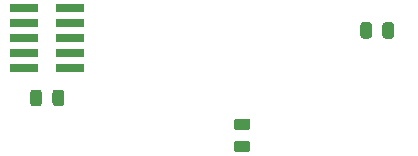
<source format=gbr>
G04 #@! TF.GenerationSoftware,KiCad,Pcbnew,5.1.7-a382d34a8~88~ubuntu20.04.1*
G04 #@! TF.CreationDate,2021-04-18T20:21:47-07:00*
G04 #@! TF.ProjectId,ft4232h-breakout,66743432-3332-4682-9d62-7265616b6f75,Apr2021*
G04 #@! TF.SameCoordinates,Original*
G04 #@! TF.FileFunction,Paste,Top*
G04 #@! TF.FilePolarity,Positive*
%FSLAX46Y46*%
G04 Gerber Fmt 4.6, Leading zero omitted, Abs format (unit mm)*
G04 Created by KiCad (PCBNEW 5.1.7-a382d34a8~88~ubuntu20.04.1) date 2021-04-18 20:21:47*
%MOMM*%
%LPD*%
G01*
G04 APERTURE LIST*
%ADD10R,2.400000X0.740000*%
G04 APERTURE END LIST*
G04 #@! TO.C,R1*
G36*
G01*
X94436250Y-94165000D02*
X93523750Y-94165000D01*
G75*
G02*
X93280000Y-93921250I0J243750D01*
G01*
X93280000Y-93433750D01*
G75*
G02*
X93523750Y-93190000I243750J0D01*
G01*
X94436250Y-93190000D01*
G75*
G02*
X94680000Y-93433750I0J-243750D01*
G01*
X94680000Y-93921250D01*
G75*
G02*
X94436250Y-94165000I-243750J0D01*
G01*
G37*
G36*
G01*
X94436250Y-96040000D02*
X93523750Y-96040000D01*
G75*
G02*
X93280000Y-95796250I0J243750D01*
G01*
X93280000Y-95308750D01*
G75*
G02*
X93523750Y-95065000I243750J0D01*
G01*
X94436250Y-95065000D01*
G75*
G02*
X94680000Y-95308750I0J-243750D01*
G01*
X94680000Y-95796250D01*
G75*
G02*
X94436250Y-96040000I-243750J0D01*
G01*
G37*
G04 #@! TD*
D10*
G04 #@! TO.C,J5*
X75520000Y-83820000D03*
X79420000Y-83820000D03*
X75520000Y-85090000D03*
X79420000Y-85090000D03*
X75520000Y-86360000D03*
X79420000Y-86360000D03*
X75520000Y-87630000D03*
X79420000Y-87630000D03*
X75520000Y-88900000D03*
X79420000Y-88900000D03*
G04 #@! TD*
G04 #@! TO.C,C5*
G36*
G01*
X77020000Y-90983750D02*
X77020000Y-91896250D01*
G75*
G02*
X76776250Y-92140000I-243750J0D01*
G01*
X76288750Y-92140000D01*
G75*
G02*
X76045000Y-91896250I0J243750D01*
G01*
X76045000Y-90983750D01*
G75*
G02*
X76288750Y-90740000I243750J0D01*
G01*
X76776250Y-90740000D01*
G75*
G02*
X77020000Y-90983750I0J-243750D01*
G01*
G37*
G36*
G01*
X78895000Y-90983750D02*
X78895000Y-91896250D01*
G75*
G02*
X78651250Y-92140000I-243750J0D01*
G01*
X78163750Y-92140000D01*
G75*
G02*
X77920000Y-91896250I0J243750D01*
G01*
X77920000Y-90983750D01*
G75*
G02*
X78163750Y-90740000I243750J0D01*
G01*
X78651250Y-90740000D01*
G75*
G02*
X78895000Y-90983750I0J-243750D01*
G01*
G37*
G04 #@! TD*
G04 #@! TO.C,C1*
G36*
G01*
X105860000Y-86181250D02*
X105860000Y-85268750D01*
G75*
G02*
X106103750Y-85025000I243750J0D01*
G01*
X106591250Y-85025000D01*
G75*
G02*
X106835000Y-85268750I0J-243750D01*
G01*
X106835000Y-86181250D01*
G75*
G02*
X106591250Y-86425000I-243750J0D01*
G01*
X106103750Y-86425000D01*
G75*
G02*
X105860000Y-86181250I0J243750D01*
G01*
G37*
G36*
G01*
X103985000Y-86181250D02*
X103985000Y-85268750D01*
G75*
G02*
X104228750Y-85025000I243750J0D01*
G01*
X104716250Y-85025000D01*
G75*
G02*
X104960000Y-85268750I0J-243750D01*
G01*
X104960000Y-86181250D01*
G75*
G02*
X104716250Y-86425000I-243750J0D01*
G01*
X104228750Y-86425000D01*
G75*
G02*
X103985000Y-86181250I0J243750D01*
G01*
G37*
G04 #@! TD*
M02*

</source>
